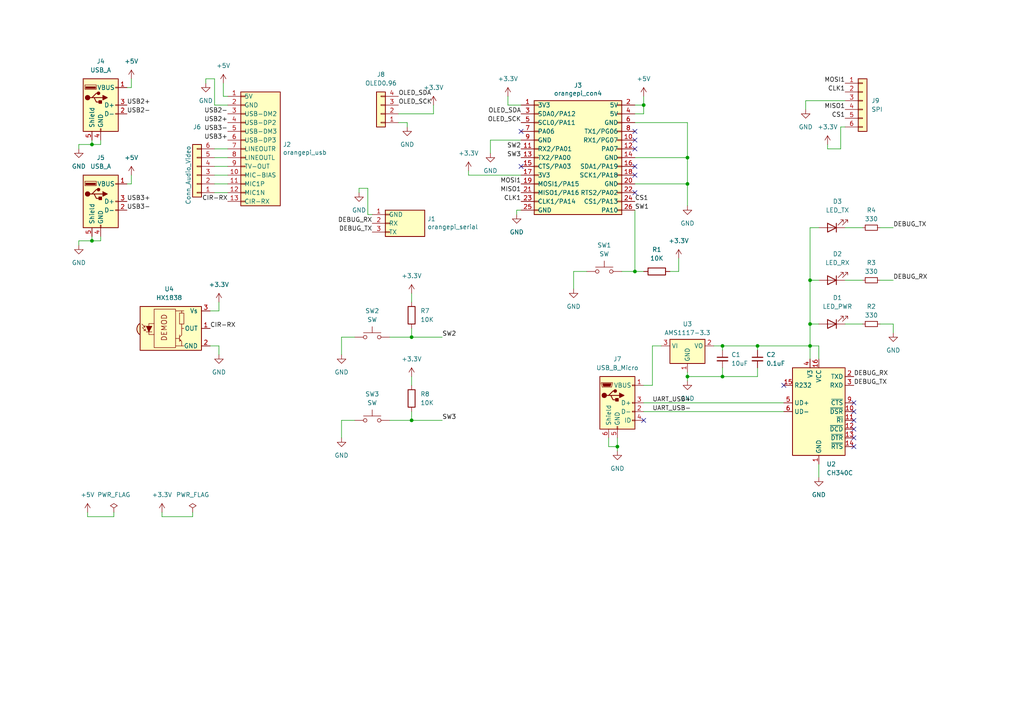
<source format=kicad_sch>
(kicad_sch (version 20230121) (generator eeschema)
  (paper "A4")
  (lib_symbols
    (symbol "Connector:USB_A" (pin_names (offset 1.016))
      (property "Reference" "J" (at -5.08 11.43 0))
      (property "Value" "USB_A" (at -5.08 8.89 0))
      (symbol "USB_A_0_1"
        (rectangle (start -5.08 -7.62) (end 5.08 7.62) (stroke (width 0.254)) (fill (type background)))
        (circle (center -3.81 2.159) (radius 0.635) (stroke (width 0.254)) (fill (type outline)))
        (rectangle (start -1.524 4.826) (end -4.318 5.334) (fill (type outline)))
        (rectangle (start -1.27 4.572) (end -4.572 5.842))
        (circle (center -0.635 3.429) (radius 0.381) (stroke (width 0.254)) (fill (type outline)))
        (rectangle (start -0.127 -7.62) (end 0.127 -6.858))
        (polyline (pts (xy -3.175 2.159) (xy -2.54 2.159) (xy -1.27 3.429) (xy -0.635 3.429)) (stroke (width 0.254)))
        (polyline (pts (xy -2.54 2.159) (xy -1.905 2.159) (xy -1.27 0.889) (xy 0 0.889)) (stroke (width 0.254)))
        (polyline (pts (xy 0.635 2.794) (xy 0.635 1.524) (xy 1.905 2.159) (xy 0.635 2.794)) (stroke (width 0.254)) (fill (type outline)))
        (rectangle (start 0.254 1.27) (end -0.508 0.508) (stroke (width 0.254)) (fill (type outline)))
        (rectangle (start 5.08 -2.667) (end 4.318 -2.413))
        (rectangle (start 5.08 -0.127) (end 4.318 0.127))
        (rectangle (start 5.08 4.953) (end 4.318 5.207))
      )
      (symbol "USB_A_1_1"
        (polyline (pts (xy -1.905 2.159) (xy 0.635 2.159)) (stroke (width 0.254)))
        (pin power_in line (at 7.62 5.08 180) (length 2.54) (name "VBUS") (number "1"))
        (pin bidirectional line (at 7.62 -2.54 180) (length 2.54) (name "D-") (number "2"))
        (pin bidirectional line (at 7.62 0 180) (length 2.54) (name "D+") (number "3"))
        (pin power_in line (at 0 -10.16 90) (length 2.54) (name "GND") (number "4"))
        (pin passive line (at -2.54 -10.16 90) (length 2.54) (name "Shield") (number "5"))
      )
    )
    (symbol "Connector:USB_B_Micro" (pin_names (offset 1.016))
      (property "Reference" "J" (at -5.08 11.43 0))
      (property "Value" "USB_B_Micro" (at -5.08 8.89 0))
      (symbol "USB_B_Micro_0_1"
        (rectangle (start -5.08 -7.62) (end 5.08 7.62) (stroke (width 0.254)) (fill (type background)))
        (circle (center -3.81 2.159) (radius 0.635) (stroke (width 0.254)) (fill (type outline)))
        (circle (center -0.635 3.429) (radius 0.381) (stroke (width 0.254)) (fill (type outline)))
        (rectangle (start -0.127 -7.62) (end 0.127 -6.858))
        (polyline (pts (xy -1.905 2.159) (xy 0.635 2.159)) (stroke (width 0.254)))
        (polyline (pts (xy -3.175 2.159) (xy -2.54 2.159) (xy -1.27 3.429) (xy -0.635 3.429)) (stroke (width 0.254)))
        (polyline (pts (xy -2.54 2.159) (xy -1.905 2.159) (xy -1.27 0.889) (xy 0 0.889)) (stroke (width 0.254)))
        (polyline (pts (xy 0.635 2.794) (xy 0.635 1.524) (xy 1.905 2.159) (xy 0.635 2.794)) (stroke (width 0.254)) (fill (type outline)))
        (polyline (pts (xy -4.318 5.588) (xy -1.778 5.588) (xy -2.032 4.826) (xy -4.064 4.826) (xy -4.318 5.588)) (fill (type outline)))
        (polyline (pts (xy -4.699 5.842) (xy -4.699 5.588) (xy -4.445 4.826) (xy -4.445 4.572) (xy -1.651 4.572) (xy -1.651 4.826) (xy -1.397 5.588) (xy -1.397 5.842) (xy -4.699 5.842)))
        (rectangle (start 0.254 1.27) (end -0.508 0.508) (stroke (width 0.254)) (fill (type outline)))
        (rectangle (start 5.08 -5.207) (end 4.318 -4.953))
        (rectangle (start 5.08 -2.667) (end 4.318 -2.413))
        (rectangle (start 5.08 -0.127) (end 4.318 0.127))
        (rectangle (start 5.08 4.953) (end 4.318 5.207))
      )
      (symbol "USB_B_Micro_1_1"
        (pin power_out line (at 7.62 5.08 180) (length 2.54) (name "VBUS") (number "1"))
        (pin bidirectional line (at 7.62 -2.54 180) (length 2.54) (name "D-") (number "2"))
        (pin bidirectional line (at 7.62 0 180) (length 2.54) (name "D+") (number "3"))
        (pin passive line (at 7.62 -5.08 180) (length 2.54) (name "ID") (number "4"))
        (pin power_out line (at 0 -10.16 90) (length 2.54) (name "GND") (number "5"))
        (pin passive line (at -2.54 -10.16 90) (length 2.54) (name "Shield") (number "6"))
      )
    )
    (symbol "Connector_Generic:Conn_01x04" (pin_names (offset 1.016) hide)
      (property "Reference" "J" (at 0 5.08 0))
      (property "Value" "Conn_01x04" (at 0 -7.62 0))
      (symbol "Conn_01x04_1_1"
        (rectangle (start -1.27 -4.953) (end 0 -5.207) (stroke (width 0.1524)))
        (rectangle (start -1.27 -2.413) (end 0 -2.667) (stroke (width 0.1524)))
        (rectangle (start -1.27 0.127) (end 0 -0.127) (stroke (width 0.1524)))
        (rectangle (start -1.27 2.667) (end 0 2.413) (stroke (width 0.1524)))
        (rectangle (start -1.27 3.81) (end 1.27 -6.35) (stroke (width 0.254)) (fill (type background)))
        (pin passive line (at -5.08 2.54 0) (length 3.81) (name "Pin_1") (number "1"))
        (pin passive line (at -5.08 0 0) (length 3.81) (name "Pin_2") (number "2"))
        (pin passive line (at -5.08 -2.54 0) (length 3.81) (name "Pin_3") (number "3"))
        (pin passive line (at -5.08 -5.08 0) (length 3.81) (name "Pin_4") (number "4"))
      )
    )
    (symbol "Connector_Generic:Conn_01x06" (pin_names (offset 1.016) hide)
      (property "Reference" "J" (at 0 7.62 0))
      (property "Value" "Conn_01x06" (at 0 -10.16 0))
      (symbol "Conn_01x06_1_1"
        (rectangle (start -1.27 -7.493) (end 0 -7.747) (stroke (width 0.1524)))
        (rectangle (start -1.27 -4.953) (end 0 -5.207) (stroke (width 0.1524)))
        (rectangle (start -1.27 -2.413) (end 0 -2.667) (stroke (width 0.1524)))
        (rectangle (start -1.27 0.127) (end 0 -0.127) (stroke (width 0.1524)))
        (rectangle (start -1.27 2.667) (end 0 2.413) (stroke (width 0.1524)))
        (rectangle (start -1.27 5.207) (end 0 4.953) (stroke (width 0.1524)))
        (rectangle (start -1.27 6.35) (end 1.27 -8.89) (stroke (width 0.254)) (fill (type background)))
        (pin passive line (at -5.08 5.08 0) (length 3.81) (name "Pin_1") (number "1"))
        (pin passive line (at -5.08 2.54 0) (length 3.81) (name "Pin_2") (number "2"))
        (pin passive line (at -5.08 0 0) (length 3.81) (name "Pin_3") (number "3"))
        (pin passive line (at -5.08 -2.54 0) (length 3.81) (name "Pin_4") (number "4"))
        (pin passive line (at -5.08 -5.08 0) (length 3.81) (name "Pin_5") (number "5"))
        (pin passive line (at -5.08 -7.62 0) (length 3.81) (name "Pin_6") (number "6"))
      )
    )
    (symbol "Device:C_Small" (pin_numbers hide) (pin_names (offset 0.254) hide)
      (property "Reference" "C" (at 0.254 1.778 0))
      (property "Value" "C_Small" (at 0.254 -2.032 0))
      (symbol "C_Small_0_1"
        (polyline (pts (xy -1.524 -0.508) (xy 1.524 -0.508)) (stroke (width 0.3302)))
        (polyline (pts (xy -1.524 0.508) (xy 1.524 0.508)) (stroke (width 0.3048)))
      )
      (symbol "C_Small_1_1"
        (pin passive line (at 0 2.54 270) (length 2.032) (name "~") (number "1"))
        (pin passive line (at 0 -2.54 90) (length 2.032) (name "~") (number "2"))
      )
    )
    (symbol "Device:LED" (pin_numbers hide) (pin_names (offset 1.016) hide)
      (property "Reference" "D" (at 0 2.54 0))
      (property "Value" "LED" (at 0 -2.54 0))
      (symbol "LED_0_1"
        (polyline (pts (xy -1.27 -1.27) (xy -1.27 1.27)) (stroke (width 0.254)))
        (polyline (pts (xy -1.27 0) (xy 1.27 0)))
        (polyline (pts (xy 1.27 -1.27) (xy 1.27 1.27) (xy -1.27 0) (xy 1.27 -1.27)) (stroke (width 0.254)))
        (polyline (pts (xy -3.048 -0.762) (xy -4.572 -2.286) (xy -3.81 -2.286) (xy -4.572 -2.286) (xy -4.572 -1.524)))
        (polyline (pts (xy -1.778 -0.762) (xy -3.302 -2.286) (xy -2.54 -2.286) (xy -3.302 -2.286) (xy -3.302 -1.524)))
      )
      (symbol "LED_1_1"
        (pin passive line (at -3.81 0 0) (length 2.54) (name "K") (number "1"))
        (pin passive line (at 3.81 0 180) (length 2.54) (name "A") (number "2"))
      )
    )
    (symbol "Device:R" (pin_numbers hide) (pin_names (offset 0))
      (property "Reference" "R" (at 2.032 0 90))
      (property "Value" "R" (at 0 0 90))
      (symbol "R_0_1"
        (rectangle (start -1.016 -2.54) (end 1.016 2.54) (stroke (width 0.254)))
      )
      (symbol "R_1_1"
        (pin passive line (at 0 3.81 270) (length 1.27) (name "~") (number "1"))
        (pin passive line (at 0 -3.81 90) (length 1.27) (name "~") (number "2"))
      )
    )
    (symbol "Device:R_Small" (pin_numbers hide) (pin_names (offset 0.254) hide)
      (property "Reference" "R" (at 0.762 0.508 0))
      (property "Value" "R_Small" (at 0.762 -1.016 0))
      (symbol "R_Small_0_1"
        (rectangle (start -0.762 1.778) (end 0.762 -1.778) (stroke (width 0.2032)))
      )
      (symbol "R_Small_1_1"
        (pin passive line (at 0 2.54 270) (length 0.762) (name "~") (number "1"))
        (pin passive line (at 0 -2.54 90) (length 0.762) (name "~") (number "2"))
      )
    )
    (symbol "Interface_Optical:TSOP34S40F" (pin_names (offset 1.016))
      (property "Reference" "U" (at -10.16 7.62 0))
      (property "Value" "TSOP34S40F" (at -10.16 -7.62 0))
      (symbol "TSOP34S40F_0_0"
        (arc (start -10.287 1.397) (mid -11.0899 -0.1852) (end -10.287 -1.778) (stroke (width 0.254)) (fill (type background)))
        (polyline (pts (xy 1.905 -5.08) (xy 0.127 -5.08)))
        (polyline (pts (xy 1.905 5.08) (xy 0.127 5.08)))
        (text "DEMOD" (at -3.175 0.254 900) (effects (font (size 1.524 1.524))))
      )
      (symbol "TSOP34S40F_0_1"
        (rectangle (start -6.096 5.588) (end 0.127 -5.588))
        (polyline (pts (xy -8.763 0.381) (xy -9.652 1.27)))
        (polyline (pts (xy -8.763 0.381) (xy -9.271 0.381)))
        (polyline (pts (xy -8.763 0.381) (xy -8.763 0.889)))
        (polyline (pts (xy -8.636 -0.635) (xy -9.525 0.254)))
        (polyline (pts (xy -8.636 -0.635) (xy -9.144 -0.635)))
        (polyline (pts (xy -8.636 -0.635) (xy -8.636 -0.127)))
        (polyline (pts (xy -8.382 -1.016) (xy -6.731 -1.016)))
        (polyline (pts (xy 1.27 -2.921) (xy 0.127 -2.921)))
        (polyline (pts (xy 1.27 -1.905) (xy 1.27 -3.81)))
        (polyline (pts (xy 1.397 -3.556) (xy 1.524 -3.556)))
        (polyline (pts (xy 1.651 -3.556) (xy 1.524 -3.556)))
        (polyline (pts (xy 1.651 -3.556) (xy 1.651 -3.302)))
        (polyline (pts (xy 1.905 0) (xy 1.905 1.27)))
        (polyline (pts (xy 1.905 4.445) (xy 1.905 5.08) (xy 2.54 5.08)))
        (polyline (pts (xy -8.382 0.635) (xy -6.731 0.635) (xy -7.62 -1.016) (xy -8.382 0.635)) (fill (type outline)))
        (polyline (pts (xy -6.096 1.397) (xy -7.62 1.397) (xy -7.62 -1.778) (xy -6.096 -1.778)))
        (polyline (pts (xy 1.27 -3.175) (xy 1.905 -3.81) (xy 1.905 -5.08) (xy 2.54 -5.08)))
        (polyline (pts (xy 1.27 -2.54) (xy 1.905 -1.905) (xy 1.905 0) (xy 2.54 0)))
        (rectangle (start 2.54 1.27) (end 1.27 4.445))
        (rectangle (start 7.62 6.35) (end -10.16 -6.35) (stroke (width 0.254)) (fill (type background)))
      )
      (symbol "TSOP34S40F_1_1"
        (pin output line (at 10.16 0 180) (length 2.54) (name "OUT") (number "1"))
        (pin power_in line (at 10.16 -5.08 180) (length 2.54) (name "GND") (number "2"))
        (pin power_in line (at 10.16 5.08 180) (length 2.54) (name "Vs") (number "3"))
      )
    )
    (symbol "Interface_USB:CH340C"
      (property "Reference" "U" (at -5.08 13.97 0))
      (property "Value" "CH340C" (at 1.27 13.97 0))
      (symbol "CH340C_0_1"
        (rectangle (start -7.62 12.7) (end 7.62 -12.7) (stroke (width 0.254)) (fill (type background)))
      )
      (symbol "CH340C_1_1"
        (pin power_in line (at 0 -15.24 90) (length 2.54) (name "GND") (number "1"))
        (pin input line (at 10.16 0 180) (length 2.54) (name "~{DSR}") (number "10"))
        (pin input line (at 10.16 -2.54 180) (length 2.54) (name "~{RI}") (number "11"))
        (pin input line (at 10.16 -5.08 180) (length 2.54) (name "~{DCD}") (number "12"))
        (pin output line (at 10.16 -7.62 180) (length 2.54) (name "~{DTR}") (number "13"))
        (pin output line (at 10.16 -10.16 180) (length 2.54) (name "~{RTS}") (number "14"))
        (pin input line (at -10.16 7.62 0) (length 2.54) (name "R232") (number "15"))
        (pin power_in line (at 0 15.24 270) (length 2.54) (name "VCC") (number "16"))
        (pin output line (at 10.16 10.16 180) (length 2.54) (name "TXD") (number "2"))
        (pin input line (at 10.16 7.62 180) (length 2.54) (name "RXD") (number "3"))
        (pin passive line (at -2.54 15.24 270) (length 2.54) (name "V3") (number "4"))
        (pin bidirectional line (at -10.16 2.54 0) (length 2.54) (name "UD+") (number "5"))
        (pin bidirectional line (at -10.16 0 0) (length 2.54) (name "UD-") (number "6"))
        (pin no_connect line (at -7.62 -7.62 0) (length 2.54) hide (name "NC") (number "7"))
        (pin no_connect line (at -7.62 -10.16 0) (length 2.54) hide (name "NC") (number "8"))
        (pin input line (at 10.16 2.54 180) (length 2.54) (name "~{CTS}") (number "9"))
      )
    )
    (symbol "Regulator_Linear:AMS1117-3.3"
      (property "Reference" "U" (at -3.81 3.175 0))
      (property "Value" "AMS1117-3.3" (at 0 3.175 0))
      (symbol "AMS1117-3.3_0_1"
        (rectangle (start -5.08 -5.08) (end 5.08 1.905) (stroke (width 0.254)) (fill (type background)))
      )
      (symbol "AMS1117-3.3_1_1"
        (pin power_in line (at 0 -7.62 90) (length 2.54) (name "GND") (number "1"))
        (pin power_out line (at 7.62 0 180) (length 2.54) (name "VO") (number "2"))
        (pin power_in line (at -7.62 0 0) (length 2.54) (name "VI") (number "3"))
      )
    )
    (symbol "Switch:SW_Push" (pin_numbers hide) (pin_names (offset 1.016) hide)
      (property "Reference" "SW" (at 1.27 2.54 0))
      (property "Value" "SW_Push" (at 0 -1.524 0))
      (symbol "SW_Push_0_1"
        (circle (center -2.032 0) (radius 0.508))
        (polyline (pts (xy 0 1.27) (xy 0 3.048)))
        (polyline (pts (xy 2.54 1.27) (xy -2.54 1.27)))
        (circle (center 2.032 0) (radius 0.508))
        (pin passive line (at -5.08 0 0) (length 2.54) (name "1") (number "1"))
        (pin passive line (at 5.08 0 180) (length 2.54) (name "2") (number "2"))
      )
    )
    (symbol "orangepi_r1:orangepi_con4" (pin_names (offset 1.016))
      (property "Reference" "J" (at -3.81 17.78 0))
      (property "Value" "orangepi_con4" (at -5.08 -17.78 0))
      (symbol "orangepi_con4_1_1"
        (rectangle (start -12.7 -15.113) (end -11.43 -15.367) (stroke (width 0.1524)))
        (rectangle (start -12.7 -12.573) (end -11.43 -12.827) (stroke (width 0.1524)))
        (rectangle (start -12.7 -10.033) (end -11.43 -10.287) (stroke (width 0.1524)))
        (rectangle (start -12.7 -7.493) (end -11.43 -7.747) (stroke (width 0.1524)))
        (rectangle (start -12.7 -4.953) (end -11.43 -5.207) (stroke (width 0.1524)))
        (rectangle (start -12.7 -2.413) (end -11.43 -2.667) (stroke (width 0.1524)))
        (rectangle (start -12.7 0.127) (end -11.43 -0.127) (stroke (width 0.1524)))
        (rectangle (start -12.7 2.667) (end -11.43 2.413) (stroke (width 0.1524)))
        (rectangle (start -12.7 5.207) (end -11.43 4.953) (stroke (width 0.1524)))
        (rectangle (start -12.7 7.747) (end -11.43 7.493) (stroke (width 0.1524)))
        (rectangle (start -12.7 10.287) (end -11.43 10.033) (stroke (width 0.1524)))
        (rectangle (start -12.7 12.827) (end -11.43 12.573) (stroke (width 0.1524)))
        (rectangle (start -12.7 15.367) (end -11.43 15.113) (stroke (width 0.1524)))
        (rectangle (start -12.7 16.51) (end 12.7 -16.51) (stroke (width 0.254)) (fill (type background)))
        (rectangle (start 12.7 -15.113) (end 11.43 -15.367) (stroke (width 0.1524)))
        (rectangle (start 12.7 -12.573) (end 11.43 -12.827) (stroke (width 0.1524)))
        (rectangle (start 12.7 -10.033) (end 11.43 -10.287) (stroke (width 0.1524)))
        (rectangle (start 12.7 -7.493) (end 11.43 -7.747) (stroke (width 0.1524)))
        (rectangle (start 12.7 -4.953) (end 11.43 -5.207) (stroke (width 0.1524)))
        (rectangle (start 12.7 -2.413) (end 11.43 -2.667) (stroke (width 0.1524)))
        (rectangle (start 12.7 0.127) (end 11.43 -0.127) (stroke (width 0.1524)))
        (rectangle (start 12.7 2.667) (end 11.43 2.413) (stroke (width 0.1524)))
        (rectangle (start 12.7 5.207) (end 11.43 4.953) (stroke (width 0.1524)))
        (rectangle (start 12.7 7.747) (end 11.43 7.493) (stroke (width 0.1524)))
        (rectangle (start 12.7 10.287) (end 11.43 10.033) (stroke (width 0.1524)))
        (rectangle (start 12.7 12.827) (end 11.43 12.573) (stroke (width 0.1524)))
        (rectangle (start 12.7 15.367) (end 11.43 15.113) (stroke (width 0.1524)))
        (pin passive line (at -16.51 15.24 0) (length 3.81) (name "3V3") (number "1"))
        (pin passive line (at 16.51 5.08 180) (length 3.81) (name "RX1/PG07") (number "10"))
        (pin passive line (at -16.51 2.54 0) (length 3.81) (name "RX2/PA01") (number "11"))
        (pin passive line (at 16.51 2.54 180) (length 3.81) (name "PA07") (number "12"))
        (pin passive line (at -16.51 0 0) (length 3.81) (name "TX2/PA00") (number "13"))
        (pin passive line (at 16.51 0 180) (length 3.81) (name "GND") (number "14"))
        (pin passive line (at -16.51 -2.54 0) (length 3.81) (name "CTS/PA03") (number "15"))
        (pin passive line (at 16.51 -2.54 180) (length 3.81) (name "SDA1/PA19") (number "16"))
        (pin passive line (at -16.51 -5.08 0) (length 3.81) (name "3V3") (number "17"))
        (pin passive line (at 16.51 -5.08 180) (length 3.81) (name "SCK1/PA18") (number "18"))
        (pin passive line (at -16.51 -7.62 0) (length 3.81) (name "MOSI1/PA15") (number "19"))
        (pin passive line (at 16.51 15.24 180) (length 3.81) (name "5V") (number "2"))
        (pin passive line (at 16.51 -7.62 180) (length 3.81) (name "GND") (number "20"))
        (pin passive line (at -16.51 -10.16 0) (length 3.81) (name "MISO1/PA16") (number "21"))
        (pin passive line (at 16.51 -10.16 180) (length 3.81) (name "RTS2/PA02") (number "22"))
        (pin passive line (at -16.51 -12.7 0) (length 3.81) (name "CLK1/PA14") (number "23"))
        (pin passive line (at 16.51 -12.7 180) (length 3.81) (name "CS1/PA13") (number "24"))
        (pin passive line (at -16.51 -15.24 0) (length 3.81) (name "GND") (number "25"))
        (pin passive line (at 16.51 -15.24 180) (length 3.81) (name "PA10") (number "26"))
        (pin passive line (at -16.51 12.7 0) (length 3.81) (name "SDA0/PA12") (number "3"))
        (pin passive line (at 16.51 12.7 180) (length 3.81) (name "5V") (number "4"))
        (pin passive line (at -16.51 10.16 0) (length 3.81) (name "SCL0/PA11") (number "5"))
        (pin passive line (at 16.51 10.16 180) (length 3.81) (name "GND") (number "6"))
        (pin passive line (at -16.51 7.62 0) (length 3.81) (name "PA06") (number "7"))
        (pin passive line (at 16.51 7.62 180) (length 3.81) (name "TX1/PG06") (number "8"))
        (pin passive line (at -16.51 5.08 0) (length 3.81) (name "GND") (number "9"))
      )
    )
    (symbol "orangepi_r1:orangepi_serial" (pin_names (offset 1.016))
      (property "Reference" "J" (at -2.54 5.08 0))
      (property "Value" "orangepi_serial" (at 0 -5.08 0))
      (symbol "orangepi_serial_1_1"
        (rectangle (start -3.81 -2.413) (end -2.54 -2.667) (stroke (width 0.1524)))
        (rectangle (start -3.81 0.127) (end -2.54 -0.127) (stroke (width 0.1524)))
        (rectangle (start -3.81 2.667) (end -2.54 2.413) (stroke (width 0.1524)))
        (rectangle (start -3.81 3.81) (end 7.62 -3.81) (stroke (width 0.254)) (fill (type background)))
        (pin passive line (at -7.62 2.54 0) (length 3.81) (name "GND") (number "1"))
        (pin passive line (at -7.62 0 0) (length 3.81) (name "RX") (number "2"))
        (pin passive line (at -7.62 -2.54 0) (length 3.81) (name "TX") (number "3"))
      )
    )
    (symbol "orangepi_r1:orangepi_usb" (pin_names (offset 1.016))
      (property "Reference" "J" (at 0 17.78 0))
      (property "Value" "orangepi_usb" (at 0 -17.78 0))
      (symbol "orangepi_usb_1_1"
        (rectangle (start -1.27 -15.113) (end 0 -15.367) (stroke (width 0.1524)))
        (rectangle (start -1.27 -12.573) (end 0 -12.827) (stroke (width 0.1524)))
        (rectangle (start -1.27 -10.033) (end 0 -10.287) (stroke (width 0.1524)))
        (rectangle (start -1.27 -7.493) (end 0 -7.747) (stroke (width 0.1524)))
        (rectangle (start -1.27 -4.953) (end 0 -5.207) (stroke (width 0.1524)))
        (rectangle (start -1.27 -2.413) (end 0 -2.667) (stroke (width 0.1524)))
        (rectangle (start -1.27 0.127) (end 0 -0.127) (stroke (width 0.1524)))
        (rectangle (start -1.27 2.667) (end 0 2.413) (stroke (width 0.1524)))
        (rectangle (start -1.27 5.207) (end 0 4.953) (stroke (width 0.1524)))
        (rectangle (start -1.27 7.747) (end 0 7.493) (stroke (width 0.1524)))
        (rectangle (start -1.27 10.287) (end 0 10.033) (stroke (width 0.1524)))
        (rectangle (start -1.27 12.827) (end 0 12.573) (stroke (width 0.1524)))
        (rectangle (start -1.27 15.367) (end 0 15.113) (stroke (width 0.1524)))
        (rectangle (start -1.27 16.51) (end 10.16 -16.51) (stroke (width 0.254)) (fill (type background)))
        (pin passive line (at -5.08 15.24 0) (length 3.81) (name "5V") (number "1"))
        (pin passive line (at -5.08 -7.62 0) (length 3.81) (name "MIC-BIAS") (number "10"))
        (pin passive line (at -5.08 -10.16 0) (length 3.81) (name "MIC1P") (number "11"))
        (pin passive line (at -5.08 -12.7 0) (length 3.81) (name "MIC1N") (number "12"))
        (pin passive line (at -5.08 -15.24 0) (length 3.81) (name "CIR-RX") (number "13"))
        (pin passive line (at -5.08 12.7 0) (length 3.81) (name "GND") (number "2"))
        (pin passive line (at -5.08 10.16 0) (length 3.81) (name "USB-DM2") (number "3"))
        (pin passive line (at -5.08 7.62 0) (length 3.81) (name "USB-DP2") (number "4"))
        (pin passive line (at -5.08 5.08 0) (length 3.81) (name "USB-DM3") (number "5"))
        (pin passive line (at -5.08 2.54 0) (length 3.81) (name "USB-DP3") (number "6"))
        (pin passive line (at -5.08 0 0) (length 3.81) (name "LINEOUTR") (number "7"))
        (pin passive line (at -5.08 -2.54 0) (length 3.81) (name "LINEOUTL") (number "8"))
        (pin passive line (at -5.08 -5.08 0) (length 3.81) (name "TV-OUT") (number "9"))
      )
    )
    (symbol "power:+3.3V" (power) (pin_names (offset 0))
      (property "Value" "+3.3V" (at 0 3.556 0))
      (symbol "+3.3V_0_1"
        (polyline (pts (xy -0.762 1.27) (xy 0 2.54)))
        (polyline (pts (xy 0 0) (xy 0 2.54)))
        (polyline (pts (xy 0 2.54) (xy 0.762 1.27)))
      )
      (symbol "+3.3V_1_1"
        (pin power_in line (at 0 0 90) (length 0) hide (name "+3.3V") (number "1"))
      )
    )
    (symbol "power:+5V" (power) (pin_names (offset 0))
      (property "Value" "+5V" (at 0 3.556 0))
      (symbol "+5V_0_1"
        (polyline (pts (xy -0.762 1.27) (xy 0 2.54)))
        (polyline (pts (xy 0 0) (xy 0 2.54)))
        (polyline (pts (xy 0 2.54) (xy 0.762 1.27)))
      )
      (symbol "+5V_1_1"
        (pin power_in line (at 0 0 90) (length 0) hide (name "+5V") (number "1"))
      )
    )
    (symbol "power:GND" (power) (pin_names (offset 0))
      (property "Value" "GND" (at 0 -3.81 0))
      (symbol "GND_0_1"
        (polyline (pts (xy 0 0) (xy 0 -1.27) (xy 1.27 -1.27) (xy 0 -2.54) (xy -1.27 -1.27) (xy 0 -1.27)))
      )
      (symbol "GND_1_1"
        (pin power_in line (at 0 0 270) (length 0) hide (name "GND") (number "1"))
      )
    )
    (symbol "power:PWR_FLAG" (power) (pin_numbers hide) (pin_names (offset 0) hide)
      (property "Value" "PWR_FLAG" (at 0 3.81 0))
      (symbol "PWR_FLAG_0_0"
        (pin power_out line (at 0 0 90) (length 0) (name "pwr") (number "1"))
      )
      (symbol "PWR_FLAG_0_1"
        (polyline (pts (xy 0 0) (xy 0 1.27) (xy -1.016 1.905) (xy 0 2.54) (xy 1.016 1.905) (xy 0 1.27)))
      )
    )
  )
  (junction (at 219.71 100.33))
  (junction (at 234.95 81.28))
  (junction (at 209.55 109.22))
  (junction (at 26.67 41.91))
  (junction (at 199.39 109.22))
  (junction (at 199.39 45.72))
  (junction (at 234.95 93.98))
  (junction (at 199.39 53.34))
  (junction (at 184.15 78.74))
  (junction (at 209.55 100.33))
  (junction (at 119.38 97.79))
  (junction (at 26.67 69.85))
  (junction (at 234.95 100.33))
  (junction (at 179.07 129.54))
  (junction (at 119.38 121.92))
  (junction (at 186.69 30.48))
  (no_connect (at 151.13 38.1))
  (no_connect (at 247.65 124.46))
  (no_connect (at 247.65 129.54))
  (no_connect (at 247.65 119.38))
  (no_connect (at 184.15 43.18))
  (no_connect (at 184.15 40.64))
  (no_connect (at 247.65 127))
  (no_connect (at 151.13 48.26))
  (no_connect (at 184.15 48.26))
  (no_connect (at 184.15 50.8))
  (no_connect (at 186.69 121.92))
  (no_connect (at 247.65 116.84))
  (no_connect (at 227.33 111.76))
  (no_connect (at 247.65 121.92))
  (no_connect (at 184.15 55.88))
  (no_connect (at 184.15 38.1))
  (wire (pts (xy 245.11 93.98) (xy 250.19 93.98)))
  (wire (pts (xy 102.87 97.79) (xy 99.06 97.79)))
  (wire (pts (xy 63.5 100.33) (xy 63.5 102.87)))
  (wire (pts (xy 209.55 100.33) (xy 209.55 101.6)))
  (wire (pts (xy 147.32 30.48) (xy 151.13 30.48)))
  (wire (pts (xy 29.21 69.85) (xy 29.21 68.58)))
  (wire (pts (xy 104.14 54.61) (xy 104.14 55.88)))
  (wire (pts (xy 180.34 78.74) (xy 184.15 78.74)))
  (wire (pts (xy 118.11 36.83) (xy 118.11 35.56)))
  (wire (pts (xy 209.55 106.68) (xy 209.55 109.22)))
  (wire (pts (xy 233.68 31.75) (xy 233.68 29.21)))
  (wire (pts (xy 199.39 53.34) (xy 199.39 59.69)))
  (wire (pts (xy 26.67 69.85) (xy 26.67 68.58)))
  (wire (pts (xy 209.55 100.33) (xy 219.71 100.33)))
  (wire (pts (xy 113.03 121.92) (xy 119.38 121.92)))
  (wire (pts (xy 184.15 78.74) (xy 186.69 78.74)))
  (wire (pts (xy 62.23 43.18) (xy 66.04 43.18)))
  (wire (pts (xy 194.31 78.74) (xy 196.85 78.74)))
  (wire (pts (xy 26.67 69.85) (xy 29.21 69.85)))
  (wire (pts (xy 243.84 43.18) (xy 243.84 36.83)))
  (wire (pts (xy 179.07 129.54) (xy 179.07 130.81)))
  (wire (pts (xy 240.03 43.18) (xy 243.84 43.18)))
  (wire (pts (xy 64.77 24.13) (xy 64.77 27.94)))
  (wire (pts (xy 60.96 90.17) (xy 63.5 90.17)))
  (wire (pts (xy 233.68 29.21) (xy 245.11 29.21)))
  (wire (pts (xy 184.15 53.34) (xy 199.39 53.34)))
  (wire (pts (xy 26.67 41.91) (xy 29.21 41.91)))
  (wire (pts (xy 38.1 50.8) (xy 38.1 53.34)))
  (wire (pts (xy 62.23 30.48) (xy 62.23 22.86)))
  (wire (pts (xy 62.23 22.86) (xy 59.69 22.86)))
  (wire (pts (xy 199.39 109.22) (xy 199.39 110.49)))
  (wire (pts (xy 25.4 148.59) (xy 25.4 149.86)))
  (wire (pts (xy 219.71 100.33) (xy 234.95 100.33)))
  (wire (pts (xy 184.15 45.72) (xy 199.39 45.72)))
  (wire (pts (xy 46.99 148.59) (xy 46.99 149.86)))
  (wire (pts (xy 62.23 45.72) (xy 66.04 45.72)))
  (wire (pts (xy 99.06 97.79) (xy 99.06 102.87)))
  (wire (pts (xy 243.84 36.83) (xy 245.11 36.83)))
  (wire (pts (xy 22.86 43.18) (xy 22.86 41.91)))
  (wire (pts (xy 176.53 129.54) (xy 179.07 129.54)))
  (wire (pts (xy 60.96 100.33) (xy 63.5 100.33)))
  (wire (pts (xy 151.13 40.64) (xy 142.24 40.64)))
  (wire (pts (xy 237.49 81.28) (xy 234.95 81.28)))
  (wire (pts (xy 59.69 22.86) (xy 59.69 24.13)))
  (wire (pts (xy 38.1 25.4) (xy 36.83 25.4)))
  (wire (pts (xy 46.99 149.86) (xy 55.88 149.86)))
  (wire (pts (xy 186.69 119.38) (xy 227.33 119.38)))
  (wire (pts (xy 186.69 116.84) (xy 227.33 116.84)))
  (wire (pts (xy 106.68 54.61) (xy 104.14 54.61)))
  (wire (pts (xy 259.08 93.98) (xy 259.08 96.52)))
  (wire (pts (xy 135.89 50.8) (xy 151.13 50.8)))
  (wire (pts (xy 99.06 121.92) (xy 99.06 127)))
  (wire (pts (xy 135.89 49.53) (xy 135.89 50.8)))
  (wire (pts (xy 63.5 87.63) (xy 63.5 90.17)))
  (wire (pts (xy 255.27 81.28) (xy 259.08 81.28)))
  (wire (pts (xy 237.49 93.98) (xy 234.95 93.98)))
  (wire (pts (xy 142.24 40.64) (xy 142.24 44.45)))
  (wire (pts (xy 102.87 121.92) (xy 99.06 121.92)))
  (wire (pts (xy 125.73 33.02) (xy 115.57 33.02)))
  (wire (pts (xy 234.95 66.04) (xy 234.95 81.28)))
  (wire (pts (xy 33.02 149.86) (xy 33.02 148.59)))
  (wire (pts (xy 234.95 93.98) (xy 234.95 100.33)))
  (wire (pts (xy 119.38 85.09) (xy 119.38 87.63)))
  (wire (pts (xy 189.23 111.76) (xy 186.69 111.76)))
  (wire (pts (xy 184.15 78.74) (xy 184.15 60.96)))
  (wire (pts (xy 189.23 100.33) (xy 189.23 111.76)))
  (wire (pts (xy 184.15 35.56) (xy 199.39 35.56)))
  (wire (pts (xy 234.95 81.28) (xy 234.95 93.98)))
  (wire (pts (xy 209.55 109.22) (xy 199.39 109.22)))
  (wire (pts (xy 66.04 30.48) (xy 62.23 30.48)))
  (wire (pts (xy 29.21 41.91) (xy 29.21 40.64)))
  (wire (pts (xy 149.86 60.96) (xy 151.13 60.96)))
  (wire (pts (xy 176.53 127) (xy 176.53 129.54)))
  (wire (pts (xy 22.86 71.12) (xy 22.86 69.85)))
  (wire (pts (xy 219.71 109.22) (xy 209.55 109.22)))
  (wire (pts (xy 237.49 134.62) (xy 237.49 138.43)))
  (wire (pts (xy 191.77 100.33) (xy 189.23 100.33)))
  (wire (pts (xy 62.23 55.88) (xy 66.04 55.88)))
  (wire (pts (xy 196.85 74.93) (xy 196.85 78.74)))
  (wire (pts (xy 22.86 41.91) (xy 26.67 41.91)))
  (wire (pts (xy 119.38 119.38) (xy 119.38 121.92)))
  (wire (pts (xy 245.11 66.04) (xy 250.19 66.04)))
  (wire (pts (xy 107.95 62.23) (xy 106.68 62.23)))
  (wire (pts (xy 199.39 35.56) (xy 199.39 45.72)))
  (wire (pts (xy 125.73 30.48) (xy 125.73 33.02)))
  (wire (pts (xy 113.03 97.79) (xy 119.38 97.79)))
  (wire (pts (xy 207.01 100.33) (xy 209.55 100.33)))
  (wire (pts (xy 184.15 33.02) (xy 186.69 33.02)))
  (wire (pts (xy 234.95 100.33) (xy 234.95 104.14)))
  (wire (pts (xy 184.15 30.48) (xy 186.69 30.48)))
  (wire (pts (xy 55.88 149.86) (xy 55.88 148.59)))
  (wire (pts (xy 245.11 81.28) (xy 250.19 81.28)))
  (wire (pts (xy 22.86 69.85) (xy 26.67 69.85)))
  (wire (pts (xy 255.27 93.98) (xy 259.08 93.98)))
  (wire (pts (xy 119.38 95.25) (xy 119.38 97.79)))
  (wire (pts (xy 199.39 107.95) (xy 199.39 109.22)))
  (wire (pts (xy 255.27 66.04) (xy 259.08 66.04)))
  (wire (pts (xy 106.68 62.23) (xy 106.68 54.61)))
  (wire (pts (xy 62.23 48.26) (xy 66.04 48.26)))
  (wire (pts (xy 179.07 127) (xy 179.07 129.54)))
  (wire (pts (xy 219.71 100.33) (xy 219.71 101.6)))
  (wire (pts (xy 66.04 27.94) (xy 64.77 27.94)))
  (wire (pts (xy 38.1 22.86) (xy 38.1 25.4)))
  (wire (pts (xy 149.86 62.23) (xy 149.86 60.96)))
  (wire (pts (xy 62.23 53.34) (xy 66.04 53.34)))
  (wire (pts (xy 186.69 30.48) (xy 186.69 27.94)))
  (wire (pts (xy 240.03 43.18) (xy 240.03 41.91)))
  (wire (pts (xy 62.23 50.8) (xy 66.04 50.8)))
  (wire (pts (xy 119.38 109.22) (xy 119.38 111.76)))
  (wire (pts (xy 26.67 41.91) (xy 26.67 40.64)))
  (wire (pts (xy 147.32 27.94) (xy 147.32 30.48)))
  (wire (pts (xy 170.18 78.74) (xy 166.37 78.74)))
  (wire (pts (xy 119.38 97.79) (xy 128.27 97.79)))
  (wire (pts (xy 186.69 33.02) (xy 186.69 30.48)))
  (wire (pts (xy 219.71 106.68) (xy 219.71 109.22)))
  (wire (pts (xy 237.49 100.33) (xy 237.49 104.14)))
  (wire (pts (xy 199.39 45.72) (xy 199.39 53.34)))
  (wire (pts (xy 237.49 66.04) (xy 234.95 66.04)))
  (wire (pts (xy 119.38 121.92) (xy 128.27 121.92)))
  (wire (pts (xy 25.4 149.86) (xy 33.02 149.86)))
  (wire (pts (xy 118.11 35.56) (xy 115.57 35.56)))
  (wire (pts (xy 38.1 53.34) (xy 36.83 53.34)))
  (wire (pts (xy 234.95 100.33) (xy 237.49 100.33)))
  (wire (pts (xy 166.37 78.74) (xy 166.37 83.82)))
  (label "CIR-RX" (at 66.04 58.42 180))
  (label "DEBUG_TX" (at 259.08 66.04 0))
  (label "DEBUG_TX" (at 107.95 67.31 180))
  (label "CIR-RX" (at 60.96 95.25 0))
  (label "CS1" (at 245.11 34.29 180))
  (label "MOSI1" (at 245.11 24.13 180))
  (label "USB2+" (at 66.04 35.56 180))
  (label "DEBUG_RX" (at 259.08 81.28 0))
  (label "USB3-" (at 66.04 38.1 180))
  (label "OLED_SCK" (at 115.57 30.48 0))
  (label "OLED_SDA" (at 115.57 27.94 0))
  (label "CS1" (at 184.15 58.42 0))
  (label "UART_USB+" (at 189.23 116.84 0))
  (label "CLK1" (at 151.13 58.42 180))
  (label "DEBUG_TX" (at 247.65 111.76 0))
  (label "DEBUG_RX" (at 107.95 64.77 180))
  (label "MISO1" (at 151.13 55.88 180))
  (label "MISO1" (at 245.11 31.75 180))
  (label "SW3" (at 151.13 45.72 180))
  (label "SW1" (at 184.15 60.96 0))
  (label "MOSI1" (at 151.13 53.34 180))
  (label "SW2" (at 151.13 43.18 180))
  (label "OLED_SCK" (at 151.13 35.56 180))
  (label "USB3-" (at 36.83 60.96 0))
  (label "USB2-" (at 66.04 33.02 180))
  (label "USB3+" (at 36.83 58.42 0))
  (label "UART_USB-" (at 189.23 119.38 0))
  (label "SW2" (at 128.27 97.79 0))
  (label "DEBUG_RX" (at 247.65 109.22 0))
  (label "SW3" (at 128.27 121.92 0))
  (label "USB2-" (at 36.83 33.02 0))
  (label "OLED_SDA" (at 151.13 33.02 180))
  (label "CLK1" (at 245.11 26.67 180))
  (label "USB3+" (at 66.04 40.64 180))
  (label "USB2+" (at 36.83 30.48 0))
  (symbol (lib_id "orangepi_r1:orangepi_usb") (at 71.12 43.18 0) (unit 1)
    (property "Reference" "J2" (at 82.042 41.91 0) (effects (justify left)))
    (property "Value" "orangepi_usb" (at 82.042 44.2214 0) (effects (justify left)))
    (property "Footprint" "Connector_PinSocket_2.54mm:PinSocket_1x13_P2.54mm_Vertical" (effects hide))
  )
  (symbol (lib_id "orangepi_r1:orangepi_con4") (at 167.64 45.72 0) (unit 1)
    (property "Reference" "J3" (at 167.64 24.765 0))
    (property "Value" "orangepi_con4" (at 167.64 27.0764 0))
    (property "Footprint" "Connector_PinSocket_2.54mm:PinSocket_2x13_P2.54mm_Vertical" (effects hide))
  )
  (symbol (lib_id "orangepi_r1:orangepi_serial") (at 115.57 64.77 0) (unit 1)
    (property "Reference" "J1" (at 123.952 63.5 0) (effects (justify left)))
    (property "Value" "orangepi_serial" (at 123.952 65.8114 0) (effects (justify left)))
    (property "Footprint" "Connector_PinSocket_2.54mm:PinSocket_1x03_P2.54mm_Vertical" (effects hide))
  )
  (symbol (lib_id "power:+3.3V") (at 119.38 85.09 0) (unit 1)
    (property "Reference" "#PWR022" (effects hide))
    (property "Value" "+3.3V" (at 119.38 80.01 0))
  )
  (symbol (lib_id "Regulator_Linear:AMS1117-3.3") (at 199.39 100.33 0) (unit 1)
    (property "Reference" "U3" (at 199.39 93.98 0))
    (property "Value" "AMS1117-3.3" (at 199.39 96.52 0))
    (property "Footprint" "Package_TO_SOT_SMD:SOT-223-3_TabPin2" (effects hide))
    (property "Datasheet" "http://www.advanced-monolithic.com/pdf/ds1117.pdf" (effects hide))
  )
  (symbol (lib_id "Interface_USB:CH340C") (at 237.49 119.38 0) (unit 1)
    (property "Reference" "U2" (at 239.7141 134.62 0) (effects (justify left)))
    (property "Value" "CH340C" (at 239.7141 137.16 0) (effects (justify left)))
    (property "Footprint" "Package_SO:SOIC-16_3.9x9.9mm_P1.27mm" (effects hide))
    (property "Datasheet" "https://datasheet.lcsc.com/szlcsc/Jiangsu-Qin-Heng-CH340C_C84681.pdf" (effects hide))
  )
  (symbol (lib_id "power:PWR_FLAG") (at 33.02 148.59 0) (unit 1)
    (property "Reference" "#FLG01" (effects hide))
    (property "Value" "PWR_FLAG" (at 33.02 143.51 0))
  )
  (symbol (lib_id "Device:R") (at 119.38 91.44 180) (unit 1)
    (property "Reference" "R7" (at 121.92 90.1699 0) (effects (justify right)))
    (property "Value" "10K" (at 121.92 92.7099 0) (effects (justify right)))
    (property "Footprint" "Resistor_SMD:R_0805_2012Metric_Pad1.20x1.40mm_HandSolder" (effects hide))
  )
  (symbol (lib_id "power:+5V") (at 186.69 27.94 0) (unit 1)
    (property "Reference" "#PWR012" (effects hide))
    (property "Value" "+5V" (at 186.69 22.86 0))
  )
  (symbol (lib_id "power:GND") (at 179.07 130.81 0) (unit 1)
    (property "Reference" "#PWR031" (effects hide))
    (property "Value" "GND" (at 179.07 135.89 0))
  )
  (symbol (lib_id "Device:R") (at 119.38 115.57 180) (unit 1)
    (property "Reference" "R8" (at 121.92 114.2999 0) (effects (justify right)))
    (property "Value" "10K" (at 121.92 116.8399 0) (effects (justify right)))
    (property "Footprint" "Resistor_SMD:R_0805_2012Metric_Pad1.20x1.40mm_HandSolder" (effects hide))
  )
  (symbol (lib_id "power:PWR_FLAG") (at 55.88 148.59 0) (unit 1)
    (property "Reference" "#FLG02" (effects hide))
    (property "Value" "PWR_FLAG" (at 55.88 143.51 0))
  )
  (symbol (lib_id "Switch:SW_Push") (at 175.26 78.74 0) (unit 1)
    (property "Reference" "SW1" (at 175.26 71.12 0))
    (property "Value" "SW" (at 175.26 73.66 0))
    (property "Footprint" "Button_Switch_SMD:SW_SPST_TL3342" (effects hide))
  )
  (symbol (lib_id "Connector_Generic:Conn_01x06") (at 250.19 29.21 0) (unit 1)
    (property "Reference" "J9" (at 252.73 29.2099 0) (effects (justify left)))
    (property "Value" "SPI" (at 252.73 31.7499 0) (effects (justify left)))
    (property "Footprint" "Connector_PinSocket_2.54mm:PinSocket_1x06_P2.54mm_Vertical" (effects hide))
  )
  (symbol (lib_id "power:GND") (at 63.5 102.87 0) (unit 1)
    (property "Reference" "#PWR06" (effects hide))
    (property "Value" "GND" (at 63.5 107.95 0))
  )
  (symbol (lib_id "power:+3.3V") (at 135.89 49.53 0) (unit 1)
    (property "Reference" "#PWR011" (effects hide))
    (property "Value" "+3.3V" (at 135.89 44.45 0))
  )
  (symbol (lib_id "Device:R_Small") (at 252.73 93.98 90) (unit 1)
    (property "Reference" "R2" (at 252.73 88.9 90))
    (property "Value" "330" (at 252.73 91.44 90))
    (property "Footprint" "Resistor_SMD:R_0805_2012Metric_Pad1.20x1.40mm_HandSolder" (effects hide))
  )
  (symbol (lib_id "Connector:USB_B_Micro") (at 179.07 116.84 0) (unit 1)
    (property "Reference" "J7" (at 179.07 104.14 0))
    (property "Value" "USB_B_Micro" (at 179.07 106.68 0))
    (property "Footprint" "Connector_USB:USB_Micro-B_XKB_U254-051T-4BH83-F1S" (effects hide))
  )
  (symbol (lib_id "power:+5V") (at 64.77 24.13 0) (unit 1)
    (property "Reference" "#PWR01" (effects hide))
    (property "Value" "+5V" (at 64.77 19.05 0))
  )
  (symbol (lib_id "Device:R_Small") (at 252.73 81.28 90) (unit 1)
    (property "Reference" "R3" (at 252.73 76.2 90))
    (property "Value" "330" (at 252.73 78.74 90))
    (property "Footprint" "Resistor_SMD:R_0805_2012Metric_Pad1.20x1.40mm_HandSolder" (effects hide))
  )
  (symbol (lib_id "power:+5V") (at 25.4 148.59 0) (unit 1)
    (property "Reference" "#PWR028" (effects hide))
    (property "Value" "+5V" (at 25.4 143.51 0))
  )
  (symbol (lib_id "power:+3.3V") (at 46.99 148.59 0) (unit 1)
    (property "Reference" "#PWR029" (effects hide))
    (property "Value" "+3.3V" (at 46.99 143.51 0))
  )
  (symbol (lib_id "power:GND") (at 104.14 55.88 0) (unit 1)
    (property "Reference" "#PWR07" (effects hide))
    (property "Value" "GND" (at 104.14 60.96 0))
  )
  (symbol (lib_id "power:GND") (at 149.86 62.23 0) (unit 1)
    (property "Reference" "#PWR014" (effects hide))
    (property "Value" "GND" (at 149.86 67.31 0))
  )
  (symbol (lib_id "power:GND") (at 99.06 102.87 0) (unit 1)
    (property "Reference" "#PWR020" (effects hide))
    (property "Value" "GND" (at 99.06 107.95 0))
  )
  (symbol (lib_id "power:GND") (at 237.49 138.43 0) (unit 1)
    (property "Reference" "#PWR030" (effects hide))
    (property "Value" "GND" (at 237.49 143.51 0))
  )
  (symbol (lib_id "power:+3.3V") (at 125.73 30.48 0) (unit 1)
    (property "Reference" "#PWR024" (effects hide))
    (property "Value" "+3.3V" (at 125.73 25.4 0))
  )
  (symbol (lib_id "power:+5V") (at 38.1 50.8 0) (unit 1)
    (property "Reference" "#PWR04" (effects hide))
    (property "Value" "+5V" (at 38.1 45.72 0))
  )
  (symbol (lib_id "power:GND") (at 59.69 24.13 0) (unit 1)
    (property "Reference" "#PWR02" (effects hide))
    (property "Value" "GND" (at 59.69 29.21 0))
  )
  (symbol (lib_id "power:GND") (at 199.39 110.49 0) (unit 1)
    (property "Reference" "#PWR018" (effects hide))
    (property "Value" "GND" (at 199.39 115.57 0))
  )
  (symbol (lib_id "Device:C_Small") (at 209.55 104.14 0) (unit 1)
    (property "Reference" "C1" (at 212.09 102.8762 0) (effects (justify left)))
    (property "Value" "10uF" (at 212.09 105.4162 0) (effects (justify left)))
    (property "Footprint" "Capacitor_SMD:C_0805_2012Metric_Pad1.18x1.45mm_HandSolder" (effects hide))
  )
  (symbol (lib_id "Connector_Generic:Conn_01x06") (at 57.15 50.8 180) (unit 1)
    (property "Reference" "J6" (at 57.15 36.83 0))
    (property "Value" "Conn_Audio_Video" (at 54.61 50.8 90))
    (property "Footprint" "Connector_PinSocket_2.54mm:PinSocket_1x06_P2.54mm_Vertical" (effects hide))
  )
  (symbol (lib_id "power:GND") (at 22.86 71.12 0) (unit 1)
    (property "Reference" "#PWR09" (effects hide))
    (property "Value" "GND" (at 22.86 76.2 0))
  )
  (symbol (lib_id "power:GND") (at 99.06 127 0) (unit 1)
    (property "Reference" "#PWR021" (effects hide))
    (property "Value" "GND" (at 99.06 132.08 0))
  )
  (symbol (lib_id "Device:R_Small") (at 252.73 66.04 90) (unit 1)
    (property "Reference" "R4" (at 252.73 60.96 90))
    (property "Value" "330" (at 252.73 63.5 90))
    (property "Footprint" "Resistor_SMD:R_0805_2012Metric_Pad1.20x1.40mm_HandSolder" (effects hide))
  )
  (symbol (lib_id "Device:LED") (at 241.3 93.98 180) (unit 1)
    (property "Reference" "D1" (at 242.8875 86.36 0))
    (property "Value" "LED_PWR" (at 242.8875 88.9 0))
    (property "Footprint" "LED_SMD:LED_0805_2012Metric_Pad1.15x1.40mm_HandSolder" (effects hide))
  )
  (symbol (lib_id "power:GND") (at 142.24 44.45 0) (unit 1)
    (property "Reference" "#PWR015" (effects hide))
    (property "Value" "GND" (at 142.24 49.53 0))
  )
  (symbol (lib_id "power:GND") (at 166.37 83.82 0) (unit 1)
    (property "Reference" "#PWR016" (effects hide))
    (property "Value" "GND" (at 166.37 88.9 0))
  )
  (symbol (lib_id "power:GND") (at 22.86 43.18 0) (unit 1)
    (property "Reference" "#PWR08" (effects hide))
    (property "Value" "GND" (at 22.86 48.26 0))
  )
  (symbol (lib_id "Switch:SW_Push") (at 107.95 97.79 0) (unit 1)
    (property "Reference" "SW2" (at 107.95 90.17 0))
    (property "Value" "SW" (at 107.95 92.71 0))
    (property "Footprint" "Button_Switch_SMD:SW_SPST_TL3342" (effects hide))
  )
  (symbol (lib_id "power:+3.3V") (at 147.32 27.94 0) (unit 1)
    (property "Reference" "#PWR010" (effects hide))
    (property "Value" "+3.3V" (at 147.32 22.86 0))
  )
  (symbol (lib_id "Connector:USB_A") (at 29.21 58.42 0) (unit 1)
    (property "Reference" "J5" (at 29.21 45.72 0))
    (property "Value" "USB_A" (at 29.21 48.26 0))
    (property "Footprint" "Connector_USB:USB_A_Stewart_SS-52100-001_Horizontal" (effects hide))
    (property "Datasheet" " ~" (effects hide))
  )
  (symbol (lib_id "power:GND") (at 118.11 36.83 0) (unit 1)
    (property "Reference" "#PWR025" (effects hide))
    (property "Value" "GND" (at 118.11 41.91 0))
  )
  (symbol (lib_id "power:+5V") (at 38.1 22.86 0) (unit 1)
    (property "Reference" "#PWR03" (effects hide))
    (property "Value" "+5V" (at 38.1 17.78 0))
  )
  (symbol (lib_id "Device:C_Small") (at 219.71 104.14 0) (unit 1)
    (property "Reference" "C2" (at 222.25 102.8762 0) (effects (justify left)))
    (property "Value" "0.1uF" (at 222.25 105.4162 0) (effects (justify left)))
    (property "Footprint" "Capacitor_SMD:C_0805_2012Metric_Pad1.18x1.45mm_HandSolder" (effects hide))
  )
  (symbol (lib_id "power:+3.3V") (at 240.03 41.91 0) (unit 1)
    (property "Reference" "#PWR027" (effects hide))
    (property "Value" "+3.3V" (at 240.03 36.83 0))
  )
  (symbol (lib_id "power:GND") (at 233.68 31.75 0) (unit 1)
    (property "Reference" "#PWR026" (effects hide))
    (property "Value" "GND" (at 233.68 36.83 0))
  )
  (symbol (lib_id "Switch:SW_Push") (at 107.95 121.92 0) (unit 1)
    (property "Reference" "SW3" (at 107.95 114.3 0))
    (property "Value" "SW" (at 107.95 116.84 0))
    (property "Footprint" "Button_Switch_SMD:SW_SPST_TL3342" (effects hide))
  )
  (symbol (lib_id "Device:LED") (at 241.3 66.04 180) (unit 1)
    (property "Reference" "D3" (at 242.8875 58.42 0))
    (property "Value" "LED_TX" (at 242.8875 60.96 0))
    (property "Footprint" "LED_SMD:LED_0805_2012Metric_Pad1.15x1.40mm_HandSolder" (effects hide))
  )
  (symbol (lib_id "power:+3.3V") (at 196.85 74.93 0) (unit 1)
    (property "Reference" "#PWR017" (effects hide))
    (property "Value" "+3.3V" (at 196.85 69.85 0))
  )
  (symbol (lib_id "Connector:USB_A") (at 29.21 30.48 0) (unit 1)
    (property "Reference" "J4" (at 29.21 17.78 0))
    (property "Value" "USB_A" (at 29.21 20.32 0))
    (property "Footprint" "Connector_USB:USB_A_Stewart_SS-52100-001_Horizontal" (effects hide))
    (property "Datasheet" " ~" (effects hide))
  )
  (symbol (lib_id "power:GND") (at 259.08 96.52 0) (unit 1)
    (property "Reference" "#PWR019" (effects hide))
    (property "Value" "GND" (at 259.08 101.6 0))
  )
  (symbol (lib_id "power:+3.3V") (at 119.38 109.22 0) (unit 1)
    (property "Reference" "#PWR023" (effects hide))
    (property "Value" "+3.3V" (at 119.38 104.14 0))
  )
  (symbol (lib_id "Connector_Generic:Conn_01x04") (at 110.49 33.02 180) (unit 1)
    (property "Reference" "J8" (at 110.49 21.59 0))
    (property "Value" "OLED0.96" (at 110.49 24.13 0))
    (property "Footprint" "Connector_PinSocket_2.54mm:PinSocket_1x04_P2.54mm_Vertical" (effects hide))
  )
  (symbol (lib_id "Device:LED") (at 241.3 81.28 180) (unit 1)
    (property "Reference" "D2" (at 242.8875 73.66 0))
    (property "Value" "LED_RX" (at 242.8875 76.2 0))
    (property "Footprint" "LED_SMD:LED_0805_2012Metric_Pad1.15x1.40mm_HandSolder" (effects hide))
  )
  (symbol (lib_id "power:+3.3V") (at 63.5 87.63 0) (unit 1)
    (property "Reference" "#PWR05" (effects hide))
    (property "Value" "+3.3V" (at 63.5 82.55 0))
  )
  (symbol (lib_id "power:GND") (at 199.39 59.69 0) (unit 1)
    (property "Reference" "#PWR013" (effects hide))
    (property "Value" "GND" (at 199.39 64.77 0))
  )
  (symbol (lib_id "Device:R") (at 190.5 78.74 90) (unit 1)
    (property "Reference" "R1" (at 190.5 72.39 90))
    (property "Value" "10K" (at 190.5 74.93 90))
    (property "Footprint" "Resistor_SMD:R_0805_2012Metric_Pad1.20x1.40mm_HandSolder" (effects hide))
  )
  (symbol (lib_id "Interface_Optical:TSOP34S40F") (at 50.8 95.25 0) (unit 1)
    (property "Reference" "U4" (at 49.065 83.82 0))
    (property "Value" "HX1838" (at 49.065 86.36 0))
    (property "Footprint" "OptoDevice:Vishay_MOLD-3Pin" (effects hide))
    (property "Datasheet" "http://www.vishay.com/docs/82669/tsop32s40f.pdf" (effects hide))
  )
)
</source>
